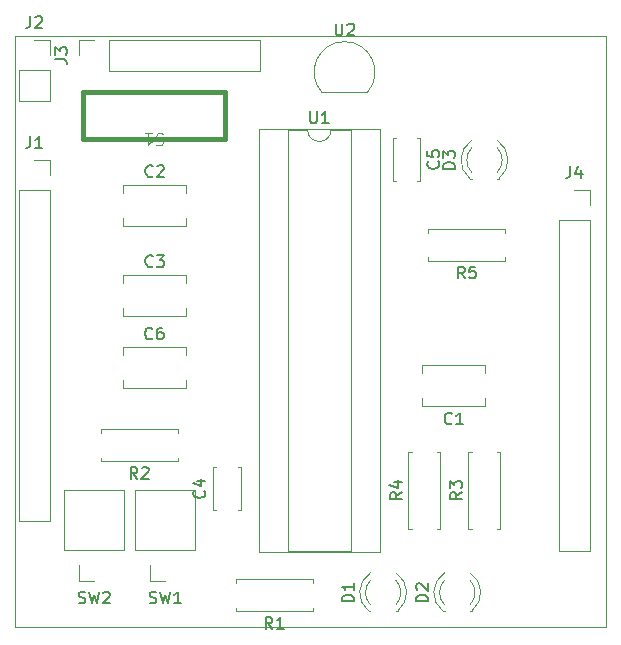
<source format=gbr>
%TF.GenerationSoftware,KiCad,Pcbnew,7.0.1-0*%
%TF.CreationDate,2023-04-14T11:03:42-05:00*%
%TF.ProjectId,HW4,4857342e-6b69-4636-9164-5f7063625858,rev?*%
%TF.SameCoordinates,Original*%
%TF.FileFunction,Legend,Top*%
%TF.FilePolarity,Positive*%
%FSLAX46Y46*%
G04 Gerber Fmt 4.6, Leading zero omitted, Abs format (unit mm)*
G04 Created by KiCad (PCBNEW 7.0.1-0) date 2023-04-14 11:03:42*
%MOMM*%
%LPD*%
G01*
G04 APERTURE LIST*
%ADD10C,0.100000*%
%ADD11C,0.150000*%
%ADD12C,0.400000*%
%ADD13C,0.120000*%
%TA.AperFunction,Profile*%
%ADD14C,0.100000*%
%TD*%
G04 APERTURE END LIST*
D10*
%TO.C,S1*%
X112481904Y-108265000D02*
X112339047Y-108217380D01*
X112339047Y-108217380D02*
X112100952Y-108217380D01*
X112100952Y-108217380D02*
X112005714Y-108265000D01*
X112005714Y-108265000D02*
X111958095Y-108312619D01*
X111958095Y-108312619D02*
X111910476Y-108407857D01*
X111910476Y-108407857D02*
X111910476Y-108503095D01*
X111910476Y-108503095D02*
X111958095Y-108598333D01*
X111958095Y-108598333D02*
X112005714Y-108645952D01*
X112005714Y-108645952D02*
X112100952Y-108693571D01*
X112100952Y-108693571D02*
X112291428Y-108741190D01*
X112291428Y-108741190D02*
X112386666Y-108788809D01*
X112386666Y-108788809D02*
X112434285Y-108836428D01*
X112434285Y-108836428D02*
X112481904Y-108931666D01*
X112481904Y-108931666D02*
X112481904Y-109026904D01*
X112481904Y-109026904D02*
X112434285Y-109122142D01*
X112434285Y-109122142D02*
X112386666Y-109169761D01*
X112386666Y-109169761D02*
X112291428Y-109217380D01*
X112291428Y-109217380D02*
X112053333Y-109217380D01*
X112053333Y-109217380D02*
X111910476Y-109169761D01*
X110958095Y-108217380D02*
X111529523Y-108217380D01*
X111243809Y-108217380D02*
X111243809Y-109217380D01*
X111243809Y-109217380D02*
X111339047Y-109074523D01*
X111339047Y-109074523D02*
X111434285Y-108979285D01*
X111434285Y-108979285D02*
X111529523Y-108931666D01*
D11*
%TO.C,SW2*%
X105346667Y-147965000D02*
X105489524Y-148012619D01*
X105489524Y-148012619D02*
X105727619Y-148012619D01*
X105727619Y-148012619D02*
X105822857Y-147965000D01*
X105822857Y-147965000D02*
X105870476Y-147917380D01*
X105870476Y-147917380D02*
X105918095Y-147822142D01*
X105918095Y-147822142D02*
X105918095Y-147726904D01*
X105918095Y-147726904D02*
X105870476Y-147631666D01*
X105870476Y-147631666D02*
X105822857Y-147584047D01*
X105822857Y-147584047D02*
X105727619Y-147536428D01*
X105727619Y-147536428D02*
X105537143Y-147488809D01*
X105537143Y-147488809D02*
X105441905Y-147441190D01*
X105441905Y-147441190D02*
X105394286Y-147393571D01*
X105394286Y-147393571D02*
X105346667Y-147298333D01*
X105346667Y-147298333D02*
X105346667Y-147203095D01*
X105346667Y-147203095D02*
X105394286Y-147107857D01*
X105394286Y-147107857D02*
X105441905Y-147060238D01*
X105441905Y-147060238D02*
X105537143Y-147012619D01*
X105537143Y-147012619D02*
X105775238Y-147012619D01*
X105775238Y-147012619D02*
X105918095Y-147060238D01*
X106251429Y-147012619D02*
X106489524Y-148012619D01*
X106489524Y-148012619D02*
X106680000Y-147298333D01*
X106680000Y-147298333D02*
X106870476Y-148012619D01*
X106870476Y-148012619D02*
X107108572Y-147012619D01*
X107441905Y-147107857D02*
X107489524Y-147060238D01*
X107489524Y-147060238D02*
X107584762Y-147012619D01*
X107584762Y-147012619D02*
X107822857Y-147012619D01*
X107822857Y-147012619D02*
X107918095Y-147060238D01*
X107918095Y-147060238D02*
X107965714Y-147107857D01*
X107965714Y-147107857D02*
X108013333Y-147203095D01*
X108013333Y-147203095D02*
X108013333Y-147298333D01*
X108013333Y-147298333D02*
X107965714Y-147441190D01*
X107965714Y-147441190D02*
X107394286Y-148012619D01*
X107394286Y-148012619D02*
X108013333Y-148012619D01*
%TO.C,C5*%
X135781719Y-110586477D02*
X135829339Y-110634096D01*
X135829339Y-110634096D02*
X135876958Y-110776953D01*
X135876958Y-110776953D02*
X135876958Y-110872191D01*
X135876958Y-110872191D02*
X135829339Y-111015048D01*
X135829339Y-111015048D02*
X135734100Y-111110286D01*
X135734100Y-111110286D02*
X135638862Y-111157905D01*
X135638862Y-111157905D02*
X135448386Y-111205524D01*
X135448386Y-111205524D02*
X135305529Y-111205524D01*
X135305529Y-111205524D02*
X135115053Y-111157905D01*
X135115053Y-111157905D02*
X135019815Y-111110286D01*
X135019815Y-111110286D02*
X134924577Y-111015048D01*
X134924577Y-111015048D02*
X134876958Y-110872191D01*
X134876958Y-110872191D02*
X134876958Y-110776953D01*
X134876958Y-110776953D02*
X134924577Y-110634096D01*
X134924577Y-110634096D02*
X134972196Y-110586477D01*
X134876958Y-109681715D02*
X134876958Y-110157905D01*
X134876958Y-110157905D02*
X135353148Y-110205524D01*
X135353148Y-110205524D02*
X135305529Y-110157905D01*
X135305529Y-110157905D02*
X135257910Y-110062667D01*
X135257910Y-110062667D02*
X135257910Y-109824572D01*
X135257910Y-109824572D02*
X135305529Y-109729334D01*
X135305529Y-109729334D02*
X135353148Y-109681715D01*
X135353148Y-109681715D02*
X135448386Y-109634096D01*
X135448386Y-109634096D02*
X135686481Y-109634096D01*
X135686481Y-109634096D02*
X135781719Y-109681715D01*
X135781719Y-109681715D02*
X135829339Y-109729334D01*
X135829339Y-109729334D02*
X135876958Y-109824572D01*
X135876958Y-109824572D02*
X135876958Y-110062667D01*
X135876958Y-110062667D02*
X135829339Y-110157905D01*
X135829339Y-110157905D02*
X135781719Y-110205524D01*
%TO.C,J4*%
X146986666Y-110992619D02*
X146986666Y-111706904D01*
X146986666Y-111706904D02*
X146939047Y-111849761D01*
X146939047Y-111849761D02*
X146843809Y-111945000D01*
X146843809Y-111945000D02*
X146700952Y-111992619D01*
X146700952Y-111992619D02*
X146605714Y-111992619D01*
X147891428Y-111325952D02*
X147891428Y-111992619D01*
X147653333Y-110945000D02*
X147415238Y-111659285D01*
X147415238Y-111659285D02*
X148034285Y-111659285D01*
%TO.C,J3*%
X103372619Y-101933333D02*
X104086904Y-101933333D01*
X104086904Y-101933333D02*
X104229761Y-101980952D01*
X104229761Y-101980952D02*
X104325000Y-102076190D01*
X104325000Y-102076190D02*
X104372619Y-102219047D01*
X104372619Y-102219047D02*
X104372619Y-102314285D01*
X103372619Y-101552380D02*
X103372619Y-100933333D01*
X103372619Y-100933333D02*
X103753571Y-101266666D01*
X103753571Y-101266666D02*
X103753571Y-101123809D01*
X103753571Y-101123809D02*
X103801190Y-101028571D01*
X103801190Y-101028571D02*
X103848809Y-100980952D01*
X103848809Y-100980952D02*
X103944047Y-100933333D01*
X103944047Y-100933333D02*
X104182142Y-100933333D01*
X104182142Y-100933333D02*
X104277380Y-100980952D01*
X104277380Y-100980952D02*
X104325000Y-101028571D01*
X104325000Y-101028571D02*
X104372619Y-101123809D01*
X104372619Y-101123809D02*
X104372619Y-101409523D01*
X104372619Y-101409523D02*
X104325000Y-101504761D01*
X104325000Y-101504761D02*
X104277380Y-101552380D01*
%TO.C,U2*%
X127108733Y-98923922D02*
X127108733Y-99733445D01*
X127108733Y-99733445D02*
X127156352Y-99828683D01*
X127156352Y-99828683D02*
X127203971Y-99876303D01*
X127203971Y-99876303D02*
X127299209Y-99923922D01*
X127299209Y-99923922D02*
X127489685Y-99923922D01*
X127489685Y-99923922D02*
X127584923Y-99876303D01*
X127584923Y-99876303D02*
X127632542Y-99828683D01*
X127632542Y-99828683D02*
X127680161Y-99733445D01*
X127680161Y-99733445D02*
X127680161Y-98923922D01*
X128108733Y-99019160D02*
X128156352Y-98971541D01*
X128156352Y-98971541D02*
X128251590Y-98923922D01*
X128251590Y-98923922D02*
X128489685Y-98923922D01*
X128489685Y-98923922D02*
X128584923Y-98971541D01*
X128584923Y-98971541D02*
X128632542Y-99019160D01*
X128632542Y-99019160D02*
X128680161Y-99114398D01*
X128680161Y-99114398D02*
X128680161Y-99209636D01*
X128680161Y-99209636D02*
X128632542Y-99352493D01*
X128632542Y-99352493D02*
X128061114Y-99923922D01*
X128061114Y-99923922D02*
X128680161Y-99923922D01*
%TO.C,C3*%
X111633333Y-119437380D02*
X111585714Y-119485000D01*
X111585714Y-119485000D02*
X111442857Y-119532619D01*
X111442857Y-119532619D02*
X111347619Y-119532619D01*
X111347619Y-119532619D02*
X111204762Y-119485000D01*
X111204762Y-119485000D02*
X111109524Y-119389761D01*
X111109524Y-119389761D02*
X111061905Y-119294523D01*
X111061905Y-119294523D02*
X111014286Y-119104047D01*
X111014286Y-119104047D02*
X111014286Y-118961190D01*
X111014286Y-118961190D02*
X111061905Y-118770714D01*
X111061905Y-118770714D02*
X111109524Y-118675476D01*
X111109524Y-118675476D02*
X111204762Y-118580238D01*
X111204762Y-118580238D02*
X111347619Y-118532619D01*
X111347619Y-118532619D02*
X111442857Y-118532619D01*
X111442857Y-118532619D02*
X111585714Y-118580238D01*
X111585714Y-118580238D02*
X111633333Y-118627857D01*
X111966667Y-118532619D02*
X112585714Y-118532619D01*
X112585714Y-118532619D02*
X112252381Y-118913571D01*
X112252381Y-118913571D02*
X112395238Y-118913571D01*
X112395238Y-118913571D02*
X112490476Y-118961190D01*
X112490476Y-118961190D02*
X112538095Y-119008809D01*
X112538095Y-119008809D02*
X112585714Y-119104047D01*
X112585714Y-119104047D02*
X112585714Y-119342142D01*
X112585714Y-119342142D02*
X112538095Y-119437380D01*
X112538095Y-119437380D02*
X112490476Y-119485000D01*
X112490476Y-119485000D02*
X112395238Y-119532619D01*
X112395238Y-119532619D02*
X112109524Y-119532619D01*
X112109524Y-119532619D02*
X112014286Y-119485000D01*
X112014286Y-119485000D02*
X111966667Y-119437380D01*
%TO.C,C2*%
X111633333Y-111817380D02*
X111585714Y-111865000D01*
X111585714Y-111865000D02*
X111442857Y-111912619D01*
X111442857Y-111912619D02*
X111347619Y-111912619D01*
X111347619Y-111912619D02*
X111204762Y-111865000D01*
X111204762Y-111865000D02*
X111109524Y-111769761D01*
X111109524Y-111769761D02*
X111061905Y-111674523D01*
X111061905Y-111674523D02*
X111014286Y-111484047D01*
X111014286Y-111484047D02*
X111014286Y-111341190D01*
X111014286Y-111341190D02*
X111061905Y-111150714D01*
X111061905Y-111150714D02*
X111109524Y-111055476D01*
X111109524Y-111055476D02*
X111204762Y-110960238D01*
X111204762Y-110960238D02*
X111347619Y-110912619D01*
X111347619Y-110912619D02*
X111442857Y-110912619D01*
X111442857Y-110912619D02*
X111585714Y-110960238D01*
X111585714Y-110960238D02*
X111633333Y-111007857D01*
X112014286Y-111007857D02*
X112061905Y-110960238D01*
X112061905Y-110960238D02*
X112157143Y-110912619D01*
X112157143Y-110912619D02*
X112395238Y-110912619D01*
X112395238Y-110912619D02*
X112490476Y-110960238D01*
X112490476Y-110960238D02*
X112538095Y-111007857D01*
X112538095Y-111007857D02*
X112585714Y-111103095D01*
X112585714Y-111103095D02*
X112585714Y-111198333D01*
X112585714Y-111198333D02*
X112538095Y-111341190D01*
X112538095Y-111341190D02*
X111966667Y-111912619D01*
X111966667Y-111912619D02*
X112585714Y-111912619D01*
%TO.C,D1*%
X128639401Y-147828890D02*
X127639401Y-147828890D01*
X127639401Y-147828890D02*
X127639401Y-147590795D01*
X127639401Y-147590795D02*
X127687020Y-147447938D01*
X127687020Y-147447938D02*
X127782258Y-147352700D01*
X127782258Y-147352700D02*
X127877496Y-147305081D01*
X127877496Y-147305081D02*
X128067972Y-147257462D01*
X128067972Y-147257462D02*
X128210829Y-147257462D01*
X128210829Y-147257462D02*
X128401305Y-147305081D01*
X128401305Y-147305081D02*
X128496543Y-147352700D01*
X128496543Y-147352700D02*
X128591782Y-147447938D01*
X128591782Y-147447938D02*
X128639401Y-147590795D01*
X128639401Y-147590795D02*
X128639401Y-147828890D01*
X128639401Y-146305081D02*
X128639401Y-146876509D01*
X128639401Y-146590795D02*
X127639401Y-146590795D01*
X127639401Y-146590795D02*
X127782258Y-146686033D01*
X127782258Y-146686033D02*
X127877496Y-146781271D01*
X127877496Y-146781271D02*
X127925115Y-146876509D01*
%TO.C,R1*%
X121753333Y-150152619D02*
X121420000Y-149676428D01*
X121181905Y-150152619D02*
X121181905Y-149152619D01*
X121181905Y-149152619D02*
X121562857Y-149152619D01*
X121562857Y-149152619D02*
X121658095Y-149200238D01*
X121658095Y-149200238D02*
X121705714Y-149247857D01*
X121705714Y-149247857D02*
X121753333Y-149343095D01*
X121753333Y-149343095D02*
X121753333Y-149485952D01*
X121753333Y-149485952D02*
X121705714Y-149581190D01*
X121705714Y-149581190D02*
X121658095Y-149628809D01*
X121658095Y-149628809D02*
X121562857Y-149676428D01*
X121562857Y-149676428D02*
X121181905Y-149676428D01*
X122705714Y-150152619D02*
X122134286Y-150152619D01*
X122420000Y-150152619D02*
X122420000Y-149152619D01*
X122420000Y-149152619D02*
X122324762Y-149295476D01*
X122324762Y-149295476D02*
X122229524Y-149390714D01*
X122229524Y-149390714D02*
X122134286Y-149438333D01*
%TO.C,D2*%
X134914100Y-147827240D02*
X133914100Y-147827240D01*
X133914100Y-147827240D02*
X133914100Y-147589145D01*
X133914100Y-147589145D02*
X133961719Y-147446288D01*
X133961719Y-147446288D02*
X134056957Y-147351050D01*
X134056957Y-147351050D02*
X134152195Y-147303431D01*
X134152195Y-147303431D02*
X134342671Y-147255812D01*
X134342671Y-147255812D02*
X134485528Y-147255812D01*
X134485528Y-147255812D02*
X134676004Y-147303431D01*
X134676004Y-147303431D02*
X134771242Y-147351050D01*
X134771242Y-147351050D02*
X134866481Y-147446288D01*
X134866481Y-147446288D02*
X134914100Y-147589145D01*
X134914100Y-147589145D02*
X134914100Y-147827240D01*
X134009338Y-146874859D02*
X133961719Y-146827240D01*
X133961719Y-146827240D02*
X133914100Y-146732002D01*
X133914100Y-146732002D02*
X133914100Y-146493907D01*
X133914100Y-146493907D02*
X133961719Y-146398669D01*
X133961719Y-146398669D02*
X134009338Y-146351050D01*
X134009338Y-146351050D02*
X134104576Y-146303431D01*
X134104576Y-146303431D02*
X134199814Y-146303431D01*
X134199814Y-146303431D02*
X134342671Y-146351050D01*
X134342671Y-146351050D02*
X134914100Y-146922478D01*
X134914100Y-146922478D02*
X134914100Y-146303431D01*
%TO.C,J1*%
X101266666Y-108452619D02*
X101266666Y-109166904D01*
X101266666Y-109166904D02*
X101219047Y-109309761D01*
X101219047Y-109309761D02*
X101123809Y-109405000D01*
X101123809Y-109405000D02*
X100980952Y-109452619D01*
X100980952Y-109452619D02*
X100885714Y-109452619D01*
X102266666Y-109452619D02*
X101695238Y-109452619D01*
X101980952Y-109452619D02*
X101980952Y-108452619D01*
X101980952Y-108452619D02*
X101885714Y-108595476D01*
X101885714Y-108595476D02*
X101790476Y-108690714D01*
X101790476Y-108690714D02*
X101695238Y-108738333D01*
%TO.C,C6*%
X111588278Y-125565080D02*
X111540659Y-125612700D01*
X111540659Y-125612700D02*
X111397802Y-125660319D01*
X111397802Y-125660319D02*
X111302564Y-125660319D01*
X111302564Y-125660319D02*
X111159707Y-125612700D01*
X111159707Y-125612700D02*
X111064469Y-125517461D01*
X111064469Y-125517461D02*
X111016850Y-125422223D01*
X111016850Y-125422223D02*
X110969231Y-125231747D01*
X110969231Y-125231747D02*
X110969231Y-125088890D01*
X110969231Y-125088890D02*
X111016850Y-124898414D01*
X111016850Y-124898414D02*
X111064469Y-124803176D01*
X111064469Y-124803176D02*
X111159707Y-124707938D01*
X111159707Y-124707938D02*
X111302564Y-124660319D01*
X111302564Y-124660319D02*
X111397802Y-124660319D01*
X111397802Y-124660319D02*
X111540659Y-124707938D01*
X111540659Y-124707938D02*
X111588278Y-124755557D01*
X112445421Y-124660319D02*
X112254945Y-124660319D01*
X112254945Y-124660319D02*
X112159707Y-124707938D01*
X112159707Y-124707938D02*
X112112088Y-124755557D01*
X112112088Y-124755557D02*
X112016850Y-124898414D01*
X112016850Y-124898414D02*
X111969231Y-125088890D01*
X111969231Y-125088890D02*
X111969231Y-125469842D01*
X111969231Y-125469842D02*
X112016850Y-125565080D01*
X112016850Y-125565080D02*
X112064469Y-125612700D01*
X112064469Y-125612700D02*
X112159707Y-125660319D01*
X112159707Y-125660319D02*
X112350183Y-125660319D01*
X112350183Y-125660319D02*
X112445421Y-125612700D01*
X112445421Y-125612700D02*
X112493040Y-125565080D01*
X112493040Y-125565080D02*
X112540659Y-125469842D01*
X112540659Y-125469842D02*
X112540659Y-125231747D01*
X112540659Y-125231747D02*
X112493040Y-125136509D01*
X112493040Y-125136509D02*
X112445421Y-125088890D01*
X112445421Y-125088890D02*
X112350183Y-125041271D01*
X112350183Y-125041271D02*
X112159707Y-125041271D01*
X112159707Y-125041271D02*
X112064469Y-125088890D01*
X112064469Y-125088890D02*
X112016850Y-125136509D01*
X112016850Y-125136509D02*
X111969231Y-125231747D01*
%TO.C,C4*%
X115980617Y-138464931D02*
X116028237Y-138512550D01*
X116028237Y-138512550D02*
X116075856Y-138655407D01*
X116075856Y-138655407D02*
X116075856Y-138750645D01*
X116075856Y-138750645D02*
X116028237Y-138893502D01*
X116028237Y-138893502D02*
X115932998Y-138988740D01*
X115932998Y-138988740D02*
X115837760Y-139036359D01*
X115837760Y-139036359D02*
X115647284Y-139083978D01*
X115647284Y-139083978D02*
X115504427Y-139083978D01*
X115504427Y-139083978D02*
X115313951Y-139036359D01*
X115313951Y-139036359D02*
X115218713Y-138988740D01*
X115218713Y-138988740D02*
X115123475Y-138893502D01*
X115123475Y-138893502D02*
X115075856Y-138750645D01*
X115075856Y-138750645D02*
X115075856Y-138655407D01*
X115075856Y-138655407D02*
X115123475Y-138512550D01*
X115123475Y-138512550D02*
X115171094Y-138464931D01*
X115409189Y-137607788D02*
X116075856Y-137607788D01*
X115028237Y-137845883D02*
X115742522Y-138083978D01*
X115742522Y-138083978D02*
X115742522Y-137464931D01*
%TO.C,R5*%
X138046408Y-120488724D02*
X137713075Y-120012533D01*
X137474980Y-120488724D02*
X137474980Y-119488724D01*
X137474980Y-119488724D02*
X137855932Y-119488724D01*
X137855932Y-119488724D02*
X137951170Y-119536343D01*
X137951170Y-119536343D02*
X137998789Y-119583962D01*
X137998789Y-119583962D02*
X138046408Y-119679200D01*
X138046408Y-119679200D02*
X138046408Y-119822057D01*
X138046408Y-119822057D02*
X137998789Y-119917295D01*
X137998789Y-119917295D02*
X137951170Y-119964914D01*
X137951170Y-119964914D02*
X137855932Y-120012533D01*
X137855932Y-120012533D02*
X137474980Y-120012533D01*
X138951170Y-119488724D02*
X138474980Y-119488724D01*
X138474980Y-119488724D02*
X138427361Y-119964914D01*
X138427361Y-119964914D02*
X138474980Y-119917295D01*
X138474980Y-119917295D02*
X138570218Y-119869676D01*
X138570218Y-119869676D02*
X138808313Y-119869676D01*
X138808313Y-119869676D02*
X138903551Y-119917295D01*
X138903551Y-119917295D02*
X138951170Y-119964914D01*
X138951170Y-119964914D02*
X138998789Y-120060152D01*
X138998789Y-120060152D02*
X138998789Y-120298247D01*
X138998789Y-120298247D02*
X138951170Y-120393485D01*
X138951170Y-120393485D02*
X138903551Y-120441105D01*
X138903551Y-120441105D02*
X138808313Y-120488724D01*
X138808313Y-120488724D02*
X138570218Y-120488724D01*
X138570218Y-120488724D02*
X138474980Y-120441105D01*
X138474980Y-120441105D02*
X138427361Y-120393485D01*
%TO.C,R2*%
X110323333Y-137452619D02*
X109990000Y-136976428D01*
X109751905Y-137452619D02*
X109751905Y-136452619D01*
X109751905Y-136452619D02*
X110132857Y-136452619D01*
X110132857Y-136452619D02*
X110228095Y-136500238D01*
X110228095Y-136500238D02*
X110275714Y-136547857D01*
X110275714Y-136547857D02*
X110323333Y-136643095D01*
X110323333Y-136643095D02*
X110323333Y-136785952D01*
X110323333Y-136785952D02*
X110275714Y-136881190D01*
X110275714Y-136881190D02*
X110228095Y-136928809D01*
X110228095Y-136928809D02*
X110132857Y-136976428D01*
X110132857Y-136976428D02*
X109751905Y-136976428D01*
X110704286Y-136547857D02*
X110751905Y-136500238D01*
X110751905Y-136500238D02*
X110847143Y-136452619D01*
X110847143Y-136452619D02*
X111085238Y-136452619D01*
X111085238Y-136452619D02*
X111180476Y-136500238D01*
X111180476Y-136500238D02*
X111228095Y-136547857D01*
X111228095Y-136547857D02*
X111275714Y-136643095D01*
X111275714Y-136643095D02*
X111275714Y-136738333D01*
X111275714Y-136738333D02*
X111228095Y-136881190D01*
X111228095Y-136881190D02*
X110656667Y-137452619D01*
X110656667Y-137452619D02*
X111275714Y-137452619D01*
%TO.C,R3*%
X137792619Y-138596666D02*
X137316428Y-138929999D01*
X137792619Y-139168094D02*
X136792619Y-139168094D01*
X136792619Y-139168094D02*
X136792619Y-138787142D01*
X136792619Y-138787142D02*
X136840238Y-138691904D01*
X136840238Y-138691904D02*
X136887857Y-138644285D01*
X136887857Y-138644285D02*
X136983095Y-138596666D01*
X136983095Y-138596666D02*
X137125952Y-138596666D01*
X137125952Y-138596666D02*
X137221190Y-138644285D01*
X137221190Y-138644285D02*
X137268809Y-138691904D01*
X137268809Y-138691904D02*
X137316428Y-138787142D01*
X137316428Y-138787142D02*
X137316428Y-139168094D01*
X136792619Y-138263332D02*
X136792619Y-137644285D01*
X136792619Y-137644285D02*
X137173571Y-137977618D01*
X137173571Y-137977618D02*
X137173571Y-137834761D01*
X137173571Y-137834761D02*
X137221190Y-137739523D01*
X137221190Y-137739523D02*
X137268809Y-137691904D01*
X137268809Y-137691904D02*
X137364047Y-137644285D01*
X137364047Y-137644285D02*
X137602142Y-137644285D01*
X137602142Y-137644285D02*
X137697380Y-137691904D01*
X137697380Y-137691904D02*
X137745000Y-137739523D01*
X137745000Y-137739523D02*
X137792619Y-137834761D01*
X137792619Y-137834761D02*
X137792619Y-138120475D01*
X137792619Y-138120475D02*
X137745000Y-138215713D01*
X137745000Y-138215713D02*
X137697380Y-138263332D01*
%TO.C,U1*%
X124968095Y-106352619D02*
X124968095Y-107162142D01*
X124968095Y-107162142D02*
X125015714Y-107257380D01*
X125015714Y-107257380D02*
X125063333Y-107305000D01*
X125063333Y-107305000D02*
X125158571Y-107352619D01*
X125158571Y-107352619D02*
X125349047Y-107352619D01*
X125349047Y-107352619D02*
X125444285Y-107305000D01*
X125444285Y-107305000D02*
X125491904Y-107257380D01*
X125491904Y-107257380D02*
X125539523Y-107162142D01*
X125539523Y-107162142D02*
X125539523Y-106352619D01*
X126539523Y-107352619D02*
X125968095Y-107352619D01*
X126253809Y-107352619D02*
X126253809Y-106352619D01*
X126253809Y-106352619D02*
X126158571Y-106495476D01*
X126158571Y-106495476D02*
X126063333Y-106590714D01*
X126063333Y-106590714D02*
X125968095Y-106638333D01*
%TO.C,D3*%
X137217470Y-111211592D02*
X136217470Y-111211592D01*
X136217470Y-111211592D02*
X136217470Y-110973497D01*
X136217470Y-110973497D02*
X136265089Y-110830640D01*
X136265089Y-110830640D02*
X136360327Y-110735402D01*
X136360327Y-110735402D02*
X136455565Y-110687783D01*
X136455565Y-110687783D02*
X136646041Y-110640164D01*
X136646041Y-110640164D02*
X136788898Y-110640164D01*
X136788898Y-110640164D02*
X136979374Y-110687783D01*
X136979374Y-110687783D02*
X137074612Y-110735402D01*
X137074612Y-110735402D02*
X137169851Y-110830640D01*
X137169851Y-110830640D02*
X137217470Y-110973497D01*
X137217470Y-110973497D02*
X137217470Y-111211592D01*
X136217470Y-110306830D02*
X136217470Y-109687783D01*
X136217470Y-109687783D02*
X136598422Y-110021116D01*
X136598422Y-110021116D02*
X136598422Y-109878259D01*
X136598422Y-109878259D02*
X136646041Y-109783021D01*
X136646041Y-109783021D02*
X136693660Y-109735402D01*
X136693660Y-109735402D02*
X136788898Y-109687783D01*
X136788898Y-109687783D02*
X137026993Y-109687783D01*
X137026993Y-109687783D02*
X137122231Y-109735402D01*
X137122231Y-109735402D02*
X137169851Y-109783021D01*
X137169851Y-109783021D02*
X137217470Y-109878259D01*
X137217470Y-109878259D02*
X137217470Y-110163973D01*
X137217470Y-110163973D02*
X137169851Y-110259211D01*
X137169851Y-110259211D02*
X137122231Y-110306830D01*
%TO.C,J2*%
X101266666Y-98292619D02*
X101266666Y-99006904D01*
X101266666Y-99006904D02*
X101219047Y-99149761D01*
X101219047Y-99149761D02*
X101123809Y-99245000D01*
X101123809Y-99245000D02*
X100980952Y-99292619D01*
X100980952Y-99292619D02*
X100885714Y-99292619D01*
X101695238Y-98387857D02*
X101742857Y-98340238D01*
X101742857Y-98340238D02*
X101838095Y-98292619D01*
X101838095Y-98292619D02*
X102076190Y-98292619D01*
X102076190Y-98292619D02*
X102171428Y-98340238D01*
X102171428Y-98340238D02*
X102219047Y-98387857D01*
X102219047Y-98387857D02*
X102266666Y-98483095D01*
X102266666Y-98483095D02*
X102266666Y-98578333D01*
X102266666Y-98578333D02*
X102219047Y-98721190D01*
X102219047Y-98721190D02*
X101647619Y-99292619D01*
X101647619Y-99292619D02*
X102266666Y-99292619D01*
%TO.C,C1*%
X136953333Y-132757380D02*
X136905714Y-132805000D01*
X136905714Y-132805000D02*
X136762857Y-132852619D01*
X136762857Y-132852619D02*
X136667619Y-132852619D01*
X136667619Y-132852619D02*
X136524762Y-132805000D01*
X136524762Y-132805000D02*
X136429524Y-132709761D01*
X136429524Y-132709761D02*
X136381905Y-132614523D01*
X136381905Y-132614523D02*
X136334286Y-132424047D01*
X136334286Y-132424047D02*
X136334286Y-132281190D01*
X136334286Y-132281190D02*
X136381905Y-132090714D01*
X136381905Y-132090714D02*
X136429524Y-131995476D01*
X136429524Y-131995476D02*
X136524762Y-131900238D01*
X136524762Y-131900238D02*
X136667619Y-131852619D01*
X136667619Y-131852619D02*
X136762857Y-131852619D01*
X136762857Y-131852619D02*
X136905714Y-131900238D01*
X136905714Y-131900238D02*
X136953333Y-131947857D01*
X137905714Y-132852619D02*
X137334286Y-132852619D01*
X137620000Y-132852619D02*
X137620000Y-131852619D01*
X137620000Y-131852619D02*
X137524762Y-131995476D01*
X137524762Y-131995476D02*
X137429524Y-132090714D01*
X137429524Y-132090714D02*
X137334286Y-132138333D01*
%TO.C,R4*%
X132712619Y-138596666D02*
X132236428Y-138929999D01*
X132712619Y-139168094D02*
X131712619Y-139168094D01*
X131712619Y-139168094D02*
X131712619Y-138787142D01*
X131712619Y-138787142D02*
X131760238Y-138691904D01*
X131760238Y-138691904D02*
X131807857Y-138644285D01*
X131807857Y-138644285D02*
X131903095Y-138596666D01*
X131903095Y-138596666D02*
X132045952Y-138596666D01*
X132045952Y-138596666D02*
X132141190Y-138644285D01*
X132141190Y-138644285D02*
X132188809Y-138691904D01*
X132188809Y-138691904D02*
X132236428Y-138787142D01*
X132236428Y-138787142D02*
X132236428Y-139168094D01*
X132045952Y-137739523D02*
X132712619Y-137739523D01*
X131665000Y-137977618D02*
X132379285Y-138215713D01*
X132379285Y-138215713D02*
X132379285Y-137596666D01*
%TO.C,SW1*%
X111364159Y-147965000D02*
X111507016Y-148012619D01*
X111507016Y-148012619D02*
X111745111Y-148012619D01*
X111745111Y-148012619D02*
X111840349Y-147965000D01*
X111840349Y-147965000D02*
X111887968Y-147917380D01*
X111887968Y-147917380D02*
X111935587Y-147822142D01*
X111935587Y-147822142D02*
X111935587Y-147726904D01*
X111935587Y-147726904D02*
X111887968Y-147631666D01*
X111887968Y-147631666D02*
X111840349Y-147584047D01*
X111840349Y-147584047D02*
X111745111Y-147536428D01*
X111745111Y-147536428D02*
X111554635Y-147488809D01*
X111554635Y-147488809D02*
X111459397Y-147441190D01*
X111459397Y-147441190D02*
X111411778Y-147393571D01*
X111411778Y-147393571D02*
X111364159Y-147298333D01*
X111364159Y-147298333D02*
X111364159Y-147203095D01*
X111364159Y-147203095D02*
X111411778Y-147107857D01*
X111411778Y-147107857D02*
X111459397Y-147060238D01*
X111459397Y-147060238D02*
X111554635Y-147012619D01*
X111554635Y-147012619D02*
X111792730Y-147012619D01*
X111792730Y-147012619D02*
X111935587Y-147060238D01*
X112268921Y-147012619D02*
X112507016Y-148012619D01*
X112507016Y-148012619D02*
X112697492Y-147298333D01*
X112697492Y-147298333D02*
X112887968Y-148012619D01*
X112887968Y-148012619D02*
X113126064Y-147012619D01*
X114030825Y-148012619D02*
X113459397Y-148012619D01*
X113745111Y-148012619D02*
X113745111Y-147012619D01*
X113745111Y-147012619D02*
X113649873Y-147155476D01*
X113649873Y-147155476D02*
X113554635Y-147250714D01*
X113554635Y-147250714D02*
X113459397Y-147298333D01*
D12*
%TO.C,S1*%
X117720000Y-108680000D02*
X117720000Y-104680000D01*
X117720000Y-104680000D02*
X105720000Y-104680000D01*
X105720000Y-108680000D02*
X117720000Y-108680000D01*
X105720000Y-108680000D02*
X105720000Y-104680000D01*
D13*
%TO.C,SW2*%
X109220000Y-143510000D02*
X109220000Y-138370000D01*
X109220000Y-143510000D02*
X104140000Y-143510000D01*
X109220000Y-138370000D02*
X104140000Y-138370000D01*
X106680000Y-146110000D02*
X105350000Y-146110000D01*
X105350000Y-146110000D02*
X105350000Y-144780000D01*
X104140000Y-143510000D02*
X104140000Y-138370000D01*
%TO.C,C5*%
X134284339Y-108599811D02*
X134039339Y-108599811D01*
X134284339Y-108599811D02*
X134284339Y-112239811D01*
X132189339Y-108599811D02*
X131944339Y-108599811D01*
X131944339Y-108599811D02*
X131944339Y-112239811D01*
X134284339Y-112239811D02*
X134039339Y-112239811D01*
X132189339Y-112239811D02*
X131944339Y-112239811D01*
%TO.C,J4*%
X145990000Y-115570000D02*
X145990000Y-143570000D01*
X145990000Y-115570000D02*
X148650000Y-115570000D01*
X145990000Y-143570000D02*
X148650000Y-143570000D01*
X147320000Y-112970000D02*
X148650000Y-112970000D01*
X148650000Y-112970000D02*
X148650000Y-114300000D01*
X148650000Y-115570000D02*
X148650000Y-143570000D01*
%TO.C,J3*%
X107950000Y-102930000D02*
X120710000Y-102930000D01*
X107950000Y-102930000D02*
X107950000Y-100270000D01*
X120710000Y-102930000D02*
X120710000Y-100270000D01*
X105350000Y-101600000D02*
X105350000Y-100270000D01*
X105350000Y-100270000D02*
X106680000Y-100270000D01*
X107950000Y-100270000D02*
X120710000Y-100270000D01*
%TO.C,U2*%
X125930638Y-104721303D02*
X129780638Y-104721303D01*
X129819249Y-104711425D02*
G75*
G03*
X125930638Y-104721303I-1948611J1690122D01*
G01*
%TO.C,C3*%
X109130000Y-120199000D02*
X109130000Y-120865000D01*
X109130000Y-120199000D02*
X114470000Y-120199000D01*
X109130000Y-122975000D02*
X109130000Y-123641000D01*
X109130000Y-123641000D02*
X114470000Y-123641000D01*
X114470000Y-120199000D02*
X114470000Y-120865000D01*
X114470000Y-122975000D02*
X114470000Y-123641000D01*
%TO.C,C2*%
X109130000Y-112579000D02*
X109130000Y-113245000D01*
X109130000Y-112579000D02*
X114470000Y-112579000D01*
X109130000Y-115355000D02*
X109130000Y-116021000D01*
X109130000Y-116021000D02*
X114470000Y-116021000D01*
X114470000Y-112579000D02*
X114470000Y-113245000D01*
X114470000Y-115355000D02*
X114470000Y-116021000D01*
%TO.C,D1*%
X129900782Y-148650796D02*
X130056782Y-148650796D01*
X132216782Y-148650796D02*
X132372782Y-148650796D01*
X130058174Y-145418462D02*
G75*
G03*
X129901267Y-148650795I1078608J-1672334D01*
G01*
X130056946Y-146049667D02*
G75*
G03*
X130056783Y-148131756I1079836J-1041129D01*
G01*
X132216781Y-148131756D02*
G75*
G03*
X132216618Y-146049667I-1079999J1040960D01*
G01*
X132372297Y-148650795D02*
G75*
G03*
X132215390Y-145418462I-1235515J1559999D01*
G01*
%TO.C,R1*%
X125190000Y-148690000D02*
X118650000Y-148690000D01*
X125190000Y-148360000D02*
X125190000Y-148690000D01*
X125190000Y-146280000D02*
X125190000Y-145950000D01*
X125190000Y-145950000D02*
X118650000Y-145950000D01*
X118650000Y-148690000D02*
X118650000Y-148360000D01*
X118650000Y-145950000D02*
X118650000Y-146280000D01*
%TO.C,D2*%
X136175481Y-148649146D02*
X136331481Y-148649146D01*
X138491481Y-148649146D02*
X138647481Y-148649146D01*
X136332873Y-145416812D02*
G75*
G03*
X136175966Y-148649145I1078608J-1672334D01*
G01*
X136331645Y-146048017D02*
G75*
G03*
X136331482Y-148130106I1079836J-1041129D01*
G01*
X138491480Y-148130106D02*
G75*
G03*
X138491317Y-146048017I-1079999J1040960D01*
G01*
X138646996Y-148649145D02*
G75*
G03*
X138490089Y-145416812I-1235515J1559999D01*
G01*
%TO.C,J1*%
X100270000Y-113030000D02*
X100270000Y-141030000D01*
X100270000Y-113030000D02*
X102930000Y-113030000D01*
X100270000Y-141030000D02*
X102930000Y-141030000D01*
X101600000Y-110430000D02*
X102930000Y-110430000D01*
X102930000Y-110430000D02*
X102930000Y-111760000D01*
X102930000Y-113030000D02*
X102930000Y-141030000D01*
%TO.C,C6*%
X109084945Y-126326700D02*
X109084945Y-126992700D01*
X109084945Y-126326700D02*
X114424945Y-126326700D01*
X109084945Y-129102700D02*
X109084945Y-129768700D01*
X109084945Y-129768700D02*
X114424945Y-129768700D01*
X114424945Y-126326700D02*
X114424945Y-126992700D01*
X114424945Y-129102700D02*
X114424945Y-129768700D01*
%TO.C,C4*%
X116743237Y-140118265D02*
X116988237Y-140118265D01*
X116743237Y-140118265D02*
X116743237Y-136478265D01*
X118838237Y-140118265D02*
X119083237Y-140118265D01*
X119083237Y-140118265D02*
X119083237Y-136478265D01*
X116743237Y-136478265D02*
X116988237Y-136478265D01*
X118838237Y-136478265D02*
X119083237Y-136478265D01*
%TO.C,R5*%
X141483075Y-119026105D02*
X134943075Y-119026105D01*
X141483075Y-118696105D02*
X141483075Y-119026105D01*
X141483075Y-116616105D02*
X141483075Y-116286105D01*
X141483075Y-116286105D02*
X134943075Y-116286105D01*
X134943075Y-119026105D02*
X134943075Y-118696105D01*
X134943075Y-116286105D02*
X134943075Y-116616105D01*
%TO.C,R2*%
X113760000Y-135990000D02*
X107220000Y-135990000D01*
X113760000Y-135660000D02*
X113760000Y-135990000D01*
X113760000Y-133580000D02*
X113760000Y-133250000D01*
X113760000Y-133250000D02*
X107220000Y-133250000D01*
X107220000Y-135990000D02*
X107220000Y-135660000D01*
X107220000Y-133250000D02*
X107220000Y-133580000D01*
%TO.C,R3*%
X138330000Y-141700000D02*
X138330000Y-135160000D01*
X138660000Y-141700000D02*
X138330000Y-141700000D01*
X140740000Y-141700000D02*
X141070000Y-141700000D01*
X141070000Y-141700000D02*
X141070000Y-135160000D01*
X138330000Y-135160000D02*
X138660000Y-135160000D01*
X141070000Y-135160000D02*
X140740000Y-135160000D01*
%TO.C,U1*%
X120590000Y-107830000D02*
X120590000Y-143630000D01*
X120590000Y-143630000D02*
X130870000Y-143630000D01*
X123080000Y-107890000D02*
X123080000Y-143570000D01*
X123080000Y-143570000D02*
X128380000Y-143570000D01*
X124730000Y-107890000D02*
X123080000Y-107890000D01*
X128380000Y-107890000D02*
X126730000Y-107890000D01*
X128380000Y-143570000D02*
X128380000Y-107890000D01*
X130870000Y-107830000D02*
X120590000Y-107830000D01*
X130870000Y-143630000D02*
X130870000Y-107830000D01*
X124730000Y-107890000D02*
G75*
G03*
X126730000Y-107890000I1000000J0D01*
G01*
%TO.C,D3*%
X138478851Y-112033498D02*
X138634851Y-112033498D01*
X140794851Y-112033498D02*
X140950851Y-112033498D01*
X138636243Y-108801164D02*
G75*
G03*
X138479336Y-112033497I1078608J-1672334D01*
G01*
X138635015Y-109432369D02*
G75*
G03*
X138634852Y-111514458I1079836J-1041129D01*
G01*
X140794850Y-111514458D02*
G75*
G03*
X140794687Y-109432369I-1079999J1040960D01*
G01*
X140950366Y-112033497D02*
G75*
G03*
X140793459Y-108801164I-1235515J1559999D01*
G01*
%TO.C,J2*%
X100270000Y-102870000D02*
X100270000Y-105470000D01*
X100270000Y-102870000D02*
X102930000Y-102870000D01*
X100270000Y-105470000D02*
X102930000Y-105470000D01*
X101600000Y-100270000D02*
X102930000Y-100270000D01*
X102930000Y-100270000D02*
X102930000Y-101600000D01*
X102930000Y-102870000D02*
X102930000Y-105470000D01*
%TO.C,C1*%
X139790000Y-131261000D02*
X139790000Y-130595000D01*
X139790000Y-131261000D02*
X134450000Y-131261000D01*
X139790000Y-128485000D02*
X139790000Y-127819000D01*
X139790000Y-127819000D02*
X134450000Y-127819000D01*
X134450000Y-131261000D02*
X134450000Y-130595000D01*
X134450000Y-128485000D02*
X134450000Y-127819000D01*
%TO.C,R4*%
X133250000Y-141700000D02*
X133250000Y-135160000D01*
X133580000Y-141700000D02*
X133250000Y-141700000D01*
X135660000Y-141700000D02*
X135990000Y-141700000D01*
X135990000Y-141700000D02*
X135990000Y-135160000D01*
X133250000Y-135160000D02*
X133580000Y-135160000D01*
X135990000Y-135160000D02*
X135660000Y-135160000D01*
%TO.C,SW1*%
X115237492Y-143510000D02*
X115237492Y-138370000D01*
X115237492Y-143510000D02*
X110157492Y-143510000D01*
X115237492Y-138370000D02*
X110157492Y-138370000D01*
X112697492Y-146110000D02*
X111367492Y-146110000D01*
X111367492Y-146110000D02*
X111367492Y-144780000D01*
X110157492Y-143510000D02*
X110157492Y-138370000D01*
%TD*%
D14*
X100000000Y-100000000D02*
X150000000Y-100000000D01*
X150000000Y-150000000D01*
X100000000Y-150000000D01*
X100000000Y-100000000D01*
M02*

</source>
